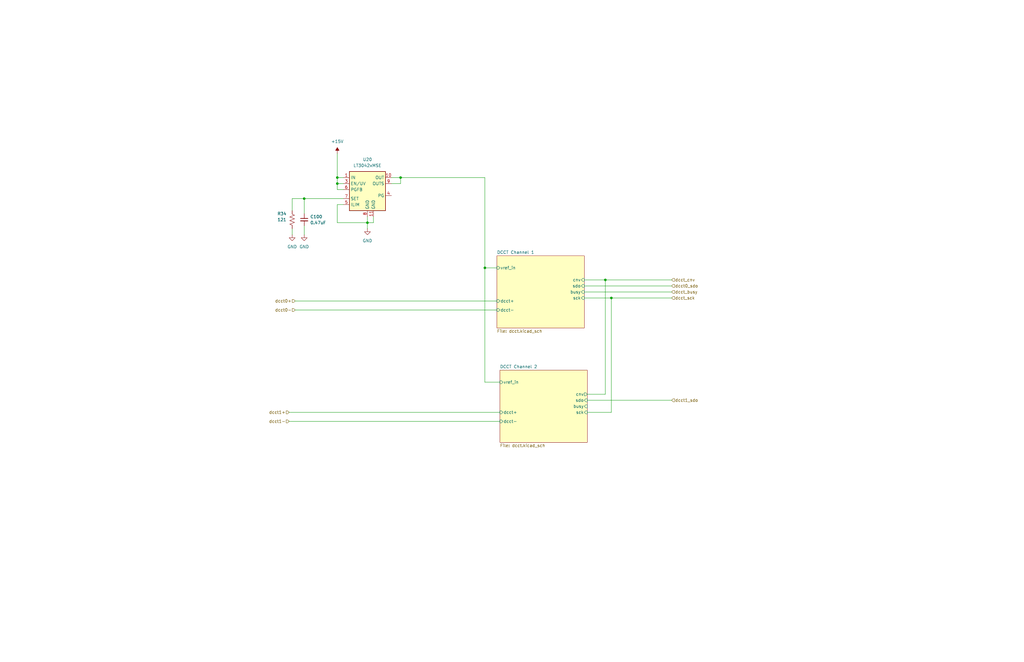
<source format=kicad_sch>
(kicad_sch (version 20250114) (generator "eeschema") (generator_version "9.0")
  (paper "B")
  (lib_symbols
    (symbol "Device:C_Small" (pin_numbers (hide yes)) (pin_names (offset 0.254) (hide yes))
      (property "Reference" "C" (at 0.254 1.778 0))
      (property "Value" "C_Small" (at 0.254 -2.032 0))
      (symbol "C_Small_0_1"
        (polyline (pts (xy -1.524 0.508) (xy 1.524 0.508)) (stroke (width 0.3048)))
        (polyline (pts (xy -1.524 -0.508) (xy 1.524 -0.508)) (stroke (width 0.3302)))
      )
      (symbol "C_Small_1_1"
        (pin passive line (at 0 2.54 270) (length 2.032) (name "~") (number "1"))
        (pin passive line (at 0 -2.54 90) (length 2.032) (name "~") (number "2"))
      )
    )
    (symbol "Device:R_US" (pin_numbers (hide yes)) (pin_names (offset 0))
      (property "Reference" "R" (at 2.54 0 90))
      (property "Value" "R_US" (at -2.54 0 90))
      (symbol "R_US_0_1"
        (polyline (pts (xy 0 2.286) (xy 0 2.54)))
        (polyline (pts (xy 0 2.286) (xy 1.016 1.905) (xy 0 1.524) (xy -1.016 1.143) (xy 0 0.762)))
        (polyline (pts (xy 0 0.762) (xy 1.016 0.381) (xy 0 0) (xy -1.016 -0.381) (xy 0 -0.762)))
        (polyline (pts (xy 0 -0.762) (xy 1.016 -1.143) (xy 0 -1.524) (xy -1.016 -1.905) (xy 0 -2.286)))
        (polyline (pts (xy 0 -2.286) (xy 0 -2.54)))
      )
      (symbol "R_US_1_1"
        (pin passive line (at 0 3.81 270) (length 1.27) (name "~") (number "1"))
        (pin passive line (at 0 -3.81 90) (length 1.27) (name "~") (number "2"))
      )
    )
    (symbol "PSC:+15V" (power) (pin_numbers (hide yes)) (pin_names (offset 0) (hide yes))
      (property "Value" "+15V" (at 0 3.556 0))
      (symbol "+15V_0_0"
        (pin power_in line (at 0 0 90) (length 0) (name "~") (number "1"))
      )
      (symbol "+15V_0_1"
        (polyline (pts (xy 0 0) (xy 0 1.27) (xy 0.762 1.27) (xy 0 2.54) (xy -0.762 1.27) (xy 0 1.27)) (fill (type outline)))
      )
    )
    (symbol "PSC:LT3042xMSE"
      (property "Reference" "U" (at -6.35 6.35 0))
      (property "Value" "LT3042xMSE" (at 1.27 6.35 0))
      (symbol "LT3042xMSE_0_1"
        (rectangle (start -7.62 5.08) (end 7.62 -11.43) (stroke (width 0.254)) (fill (type background)))
      )
      (symbol "LT3042xMSE_1_1"
        (pin power_in line (at -10.16 2.54 0) (length 2.54) (name "IN") (number "1"))
        (pin passive line (at -10.16 2.54 0) (length 2.54) (hide yes) (name "IN") (number "2"))
        (pin input line (at -10.16 0 0) (length 2.54) (name "EN/UV") (number "3"))
        (pin input line (at -10.16 -2.54 0) (length 2.54) (name "PGFB") (number "6"))
        (pin passive line (at -10.16 -6.35 0) (length 2.54) (name "SET") (number "7"))
        (pin passive line (at -10.16 -8.89 0) (length 2.54) (name "ILIM") (number "5"))
        (pin power_in line (at 0 -13.97 90) (length 2.54) (name "GND") (number "8"))
        (pin power_in line (at 2.54 -13.97 90) (length 2.54) (name "GND") (number "11"))
        (pin power_out line (at 10.16 2.54 180) (length 2.54) (name "OUT") (number "10"))
        (pin input line (at 10.16 0 180) (length 2.54) (name "OUTS") (number "9"))
        (pin open_collector line (at 10.16 -5.08 180) (length 2.54) (name "PG") (number "4"))
      )
    )
    (symbol "power:GND" (power) (pin_numbers (hide yes)) (pin_names (offset 0) (hide yes))
      (property "Value" "GND" (at 0 -3.81 0))
      (symbol "GND_0_1"
        (polyline (pts (xy 0 0) (xy 0 -1.27) (xy 1.27 -1.27) (xy 0 -2.54) (xy -1.27 -1.27) (xy 0 -1.27)))
      )
      (symbol "GND_1_1"
        (pin power_in line (at 0 0 270) (length 0) (name "~") (number "1"))
      )
    )
  )
  (junction (at 154.94 93.98))
  (junction (at 204.47 113.03))
  (junction (at 142.24 74.93))
  (junction (at 257.81 125.73))
  (junction (at 142.24 77.47))
  (junction (at 168.91 74.93))
  (junction (at 255.27 118.11))
  (junction (at 128.27 83.82))
  (wire (pts (xy 142.24 93.98) (xy 154.94 93.98)))
  (wire (pts (xy 121.92 173.99) (xy 210.82 173.99)))
  (wire (pts (xy 165.1 77.47) (xy 168.91 77.47)))
  (wire (pts (xy 168.91 77.47) (xy 168.91 74.93)))
  (wire (pts (xy 142.24 64.77) (xy 142.24 74.93)))
  (wire (pts (xy 128.27 83.82) (xy 144.78 83.82)))
  (wire (pts (xy 257.81 173.99) (xy 257.81 125.73)))
  (wire (pts (xy 142.24 77.47) (xy 144.78 77.47)))
  (wire (pts (xy 154.94 93.98) (xy 154.94 96.52)))
  (wire (pts (xy 124.46 127) (xy 209.55 127)))
  (wire (pts (xy 204.47 161.29) (xy 204.47 113.03)))
  (wire (pts (xy 121.92 177.8) (xy 210.82 177.8)))
  (wire (pts (xy 247.65 173.99) (xy 257.81 173.99)))
  (wire (pts (xy 204.47 113.03) (xy 209.55 113.03)))
  (wire (pts (xy 246.38 123.19) (xy 283.21 123.19)))
  (wire (pts (xy 246.38 118.11) (xy 255.27 118.11)))
  (wire (pts (xy 247.65 166.37) (xy 255.27 166.37)))
  (wire (pts (xy 168.91 74.93) (xy 204.47 74.93)))
  (wire (pts (xy 142.24 86.36) (xy 142.24 93.98)))
  (wire (pts (xy 246.38 125.73) (xy 257.81 125.73)))
  (wire (pts (xy 154.94 93.98) (xy 154.94 91.44)))
  (wire (pts (xy 144.78 80.01) (xy 142.24 80.01)))
  (wire (pts (xy 257.81 125.73) (xy 283.21 125.73)))
  (wire (pts (xy 246.38 120.65) (xy 283.21 120.65)))
  (wire (pts (xy 144.78 86.36) (xy 142.24 86.36)))
  (wire (pts (xy 123.19 99.06) (xy 123.19 96.52)))
  (wire (pts (xy 128.27 99.06) (xy 128.27 95.25)))
  (wire (pts (xy 165.1 74.93) (xy 168.91 74.93)))
  (wire (pts (xy 157.48 93.98) (xy 154.94 93.98)))
  (wire (pts (xy 128.27 83.82) (xy 128.27 90.17)))
  (wire (pts (xy 123.19 83.82) (xy 123.19 88.9)))
  (wire (pts (xy 124.46 130.81) (xy 209.55 130.81)))
  (wire (pts (xy 128.27 83.82) (xy 123.19 83.82)))
  (wire (pts (xy 204.47 74.93) (xy 204.47 113.03)))
  (wire (pts (xy 255.27 118.11) (xy 283.21 118.11)))
  (wire (pts (xy 142.24 77.47) (xy 142.24 80.01)))
  (wire (pts (xy 210.82 161.29) (xy 204.47 161.29)))
  (wire (pts (xy 142.24 74.93) (xy 142.24 77.47)))
  (wire (pts (xy 255.27 166.37) (xy 255.27 118.11)))
  (wire (pts (xy 157.48 91.44) (xy 157.48 93.98)))
  (wire (pts (xy 247.65 168.91) (xy 283.21 168.91)))
  (wire (pts (xy 142.24 74.93) (xy 144.78 74.93)))
  (hierarchical_label "dcct1+" (shape input) (at 121.92 173.99 180))
  (hierarchical_label "dcct1-" (shape input) (at 121.92 177.8 180))
  (hierarchical_label "dcct0+" (shape input) (at 124.46 127 180))
  (hierarchical_label "dcct1_sdo" (shape input) (at 283.21 168.91 0))
  (hierarchical_label "dcct_busy" (shape input) (at 283.21 123.19 0))
  (hierarchical_label "dcct0_sdo" (shape input) (at 283.21 120.65 0))
  (hierarchical_label "dcct_cnv" (shape input) (at 283.21 118.11 0))
  (hierarchical_label "dcct_sck" (shape input) (at 283.21 125.73 0))
  (hierarchical_label "dcct0-" (shape input) (at 124.46 130.81 180))
  (symbol (lib_id "PSC:LT3042xMSE") (at 154.94 77.47 0) (unit 1)
    (property "Reference" "U20" (at 154.94 67.31 0))
    (property "Value" "LT3042xMSE" (at 154.94 69.85 0))
    (property "Footprint" "Package_SO:MSOP-10-1EP_3x3mm_P0.5mm_EP1.68x1.88mm" (effects (hide yes)))
    (property "Datasheet" "https://www.analog.com/media/en/technical-documentation/data-sheets/3042fb.pdf" (effects (hide yes)))
    (property "Description" "200mA, Adjustable, Ultralow Noise, Ultrahigh PSRR RF Linear Regulator, MSOP-10" (effects (hide yes)))
  )
  (symbol (lib_id "Device:C_Small") (at 128.27 92.71 0) (unit 1)
    (property "Reference" "C100" (at 130.81 91.4462 0) (effects (justify left)))
    (property "Value" "0.47uF" (at 130.81 93.9862 0) (effects (justify left)))
    (property "Footprint" "Capacitor_SMD:C_0402_1005Metric" (effects (hide yes)))
    (property "Description" "Unpolarized capacitor, small symbol" (effects (hide yes)))
  )
  (symbol (lib_id "Device:R_US") (at 123.19 92.71 180) (unit 1)
    (property "Reference" "R34" (at 118.872 90.17 0))
    (property "Value" "121" (at 118.872 92.71 0))
    (property "Footprint" "Resistor_SMD:R_0402_1005Metric" (effects (hide yes)))
    (property "Description" "Resistor, US symbol" (effects (hide yes)))
    (property "Tolerance" "1%" (effects (hide yes)))
  )
  (symbol (lib_id "power:GND") (at 128.27 99.06 0) (unit 1)
    (property "Reference" "#PWR0149" (effects (hide yes)))
    (property "Value" "GND" (at 128.27 104.14 0))
    (property "Description" "Power symbol creates a global label with name \"GND\" , ground" (effects (hide yes)))
  )
  (symbol (lib_id "PSC:+15V") (at 142.24 64.77 0) (unit 1)
    (property "Reference" "#PWR0147" (effects (hide yes)))
    (property "Value" "+15V" (at 142.24 59.69 0))
    (property "Description" "Power symbol creates a global label with name \"-15V\"" (effects (hide yes)))
  )
  (symbol (lib_id "power:GND") (at 154.94 96.52 0) (unit 1)
    (property "Reference" "#PWR0146" (effects (hide yes)))
    (property "Value" "GND" (at 154.94 101.6 0))
    (property "Description" "Power symbol creates a global label with name \"GND\" , ground" (effects (hide yes)))
  )
  (symbol (lib_id "power:GND") (at 123.19 99.06 0) (unit 1)
    (property "Reference" "#PWR0148" (effects (hide yes)))
    (property "Value" "GND" (at 123.19 104.14 0))
    (property "Description" "Power symbol creates a global label with name \"GND\" , ground" (effects (hide yes)))
  )
  (sheet (at 210.82 156.21) (size 36.83 30.48) (stroke (width 0.1524)) (fill (color 255 255 194 1.0000))
    (property "Sheetname" "DCCT Channel 2" (at 210.82 155.4984 0) (effects (justify left bottom)))
    (property "Sheetfile" "dcct.kicad_sch" (at 210.82 187.2746 0) (effects (justify left top)))
    (pin "sdo" input (at 247.65 168.91 0))
    (pin "busy" input (at 247.65 171.45 0))
    (pin "cnv" output (at 247.65 166.37 0))
    (pin "sck" input (at 247.65 173.99 0))
    (pin "dcct+" input (at 210.82 173.99 180))
    (pin "dcct-" input (at 210.82 177.8 180))
    (pin "vref_in" input (at 210.82 161.29 180))
  )
  (sheet (at 209.55 107.95) (size 36.83 30.48) (stroke (width 0.1524)) (fill (color 255 255 194 1.0000))
    (property "Sheetname" "DCCT Channel 1" (at 209.55 107.2384 0) (effects (justify left bottom)))
    (property "Sheetfile" "dcct.kicad_sch" (at 209.55 139.0146 0) (effects (justify left top)))
    (pin "sdo" input (at 246.38 120.65 0))
    (pin "busy" input (at 246.38 123.19 0))
    (pin "sck" input (at 246.38 125.73 0))
    (pin "dcct+" input (at 209.55 127 180))
    (pin "dcct-" input (at 209.55 130.81 180))
    (pin "vref_in" input (at 209.55 113.03 180))
    (pin "cnv" input (at 246.38 118.11 0))
  )
)
</source>
